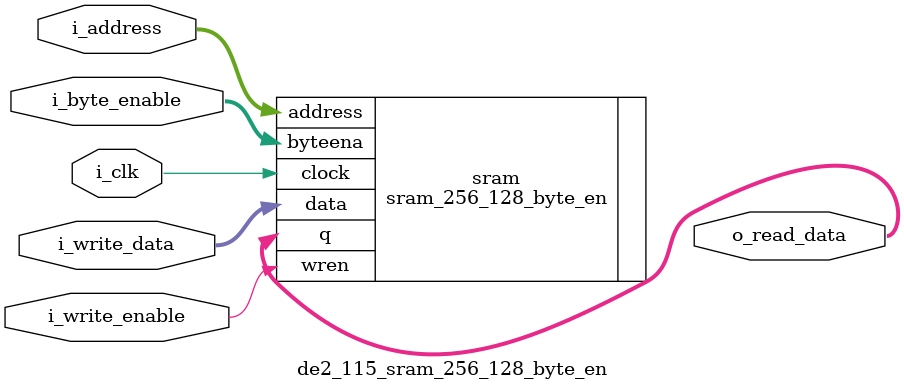
<source format=v>
`timescale 1 ps / 1 ps

module de2_115_sram_256_128_byte_en (
	input wire [7:0]i_address,
	input wire [15:0]i_byte_enable,
	input wire i_clk,
	input wire [127:0]i_write_data,
	input wire i_write_enable,
	output wire [127:0]o_read_data
	);

parameter DATA_WIDTH = 128;
parameter ADDRESS_WIDTH = 8;

sram_256_128_byte_en sram(
	.address(i_address),
	.byteena(i_byte_enable),
	.clock(i_clk),
	.data(i_write_data),
	.wren(i_write_enable),
	.q(o_read_data)
	);
	
endmodule
</source>
